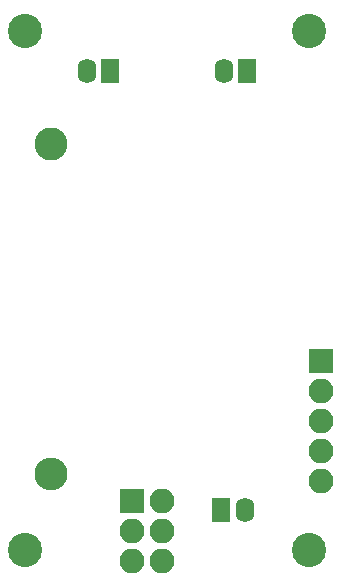
<source format=gbr>
G04 #@! TF.GenerationSoftware,KiCad,Pcbnew,(5.1.0)-1*
G04 #@! TF.CreationDate,2019-05-13T19:21:12+01:00*
G04 #@! TF.ProjectId,v4,76342e6b-6963-4616-945f-706362585858,rev?*
G04 #@! TF.SameCoordinates,Original*
G04 #@! TF.FileFunction,Soldermask,Bot*
G04 #@! TF.FilePolarity,Negative*
%FSLAX46Y46*%
G04 Gerber Fmt 4.6, Leading zero omitted, Abs format (unit mm)*
G04 Created by KiCad (PCBNEW (5.1.0)-1) date 2019-05-13 19:21:12*
%MOMM*%
%LPD*%
G04 APERTURE LIST*
%ADD10C,2.800000*%
%ADD11O,2.800000X2.800000*%
%ADD12C,2.900000*%
%ADD13R,1.600000X2.100000*%
%ADD14O,1.600000X2.100000*%
%ADD15R,2.100000X2.100000*%
%ADD16O,2.100000X2.100000*%
G04 APERTURE END LIST*
D10*
X107117600Y-60587600D03*
D11*
X107117600Y-88527600D03*
D12*
X128917600Y-50987600D03*
X104917600Y-50987600D03*
X104917600Y-94987600D03*
X128917600Y-94987600D03*
D13*
X123717600Y-54387600D03*
D14*
X121717600Y-54387600D03*
D15*
X129917600Y-78987600D03*
D16*
X129917600Y-81527600D03*
X129917600Y-84067600D03*
X129917600Y-86607600D03*
X129917600Y-89147600D03*
D15*
X113917600Y-90787600D03*
D16*
X116457600Y-90787600D03*
X113917600Y-93327600D03*
X116457600Y-93327600D03*
X113917600Y-95867600D03*
X116457600Y-95867600D03*
D13*
X121517600Y-91587600D03*
D14*
X123517600Y-91587600D03*
D13*
X112117600Y-54387600D03*
D14*
X110117600Y-54387600D03*
M02*

</source>
